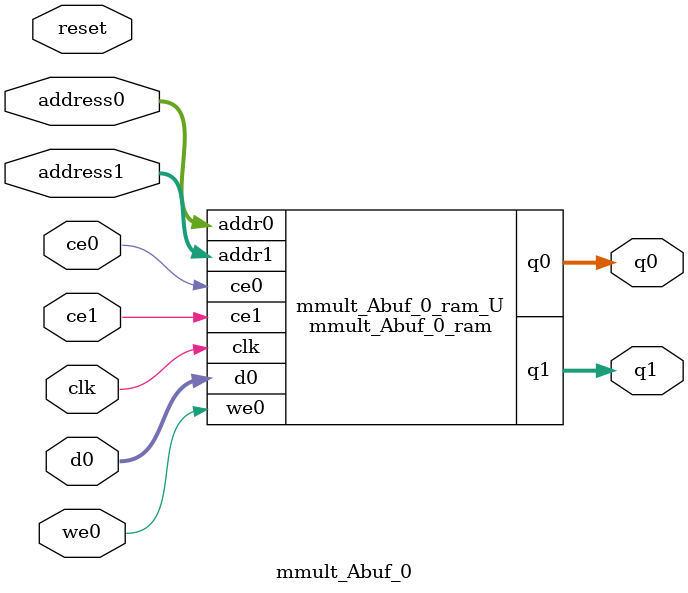
<source format=v>

`timescale 1 ns / 1 ps
module mmult_Abuf_0_ram (addr0, ce0, d0, we0, q0, addr1, ce1, q1,  clk);

parameter DWIDTH = 32;
parameter AWIDTH = 6;
parameter MEM_SIZE = 64;

input[AWIDTH-1:0] addr0;
input ce0;
input[DWIDTH-1:0] d0;
input we0;
output reg[DWIDTH-1:0] q0;
input[AWIDTH-1:0] addr1;
input ce1;
output reg[DWIDTH-1:0] q1;
input clk;

(* ram_style = "block" *)reg [DWIDTH-1:0] ram[MEM_SIZE-1:0];




always @(posedge clk)  
begin 
    if (ce0) 
    begin
        if (we0) 
        begin 
            ram[addr0] <= d0; 
            q0 <= d0;
        end 
        else 
            q0 <= ram[addr0];
    end
end


always @(posedge clk)  
begin 
    if (ce1) 
    begin
            q1 <= ram[addr1];
    end
end


endmodule


`timescale 1 ns / 1 ps
module mmult_Abuf_0(
    reset,
    clk,
    address0,
    ce0,
    we0,
    d0,
    q0,
    address1,
    ce1,
    q1);

parameter DataWidth = 32'd32;
parameter AddressRange = 32'd64;
parameter AddressWidth = 32'd6;
input reset;
input clk;
input[AddressWidth - 1:0] address0;
input ce0;
input we0;
input[DataWidth - 1:0] d0;
output[DataWidth - 1:0] q0;
input[AddressWidth - 1:0] address1;
input ce1;
output[DataWidth - 1:0] q1;



mmult_Abuf_0_ram mmult_Abuf_0_ram_U(
    .clk( clk ),
    .addr0( address0 ),
    .ce0( ce0 ),
    .d0( d0 ),
    .we0( we0 ),
    .q0( q0 ),
    .addr1( address1 ),
    .ce1( ce1 ),
    .q1( q1 ));

endmodule


</source>
